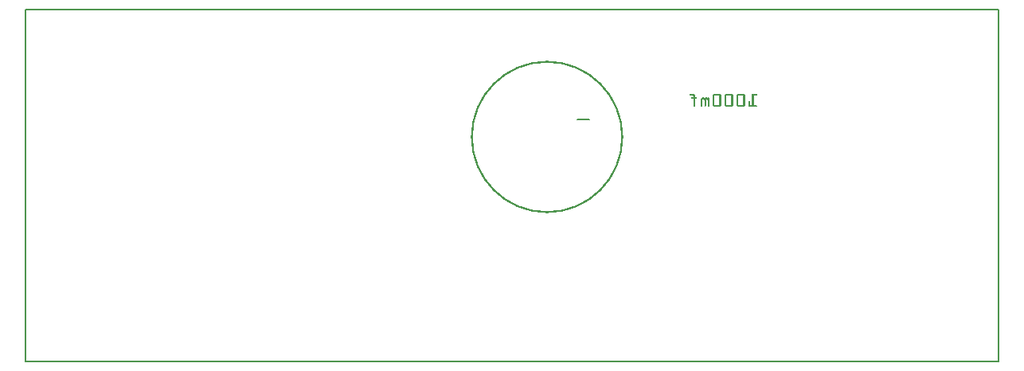
<source format=gbo>
G04 MADE WITH FRITZING*
G04 WWW.FRITZING.ORG*
G04 DOUBLE SIDED*
G04 HOLES PLATED*
G04 CONTOUR ON CENTER OF CONTOUR VECTOR*
%ASAXBY*%
%FSLAX23Y23*%
%MOIN*%
%OFA0B0*%
%SFA1.0B1.0*%
%ADD10C,0.638000X0.622*%
%ADD11R,4.082570X1.481150X4.066570X1.465150*%
%ADD12C,0.008000*%
%ADD13R,0.001000X0.001000*%
%LNSILK0*%
G90*
G70*
G54D10*
X2188Y942D03*
G54D12*
X4Y1477D02*
X4079Y1477D01*
X4079Y4D01*
X4Y4D01*
X4Y1477D01*
D02*
X2313Y1017D02*
X2363Y1017D01*
G54D13*
X2787Y1123D02*
X2798Y1123D01*
X2888Y1123D02*
X2911Y1123D01*
X2938Y1123D02*
X2961Y1123D01*
X2988Y1123D02*
X3011Y1123D01*
X3047Y1123D02*
X3064Y1123D01*
X2785Y1122D02*
X2801Y1122D01*
X2886Y1122D02*
X2913Y1122D01*
X2936Y1122D02*
X2963Y1122D01*
X2986Y1122D02*
X3013Y1122D01*
X3046Y1122D02*
X3065Y1122D01*
X2785Y1121D02*
X2803Y1121D01*
X2885Y1121D02*
X2914Y1121D01*
X2935Y1121D02*
X2964Y1121D01*
X2985Y1121D02*
X3014Y1121D01*
X3046Y1121D02*
X3066Y1121D01*
X2785Y1120D02*
X2804Y1120D01*
X2884Y1120D02*
X2915Y1120D01*
X2934Y1120D02*
X2965Y1120D01*
X2984Y1120D02*
X3015Y1120D01*
X3046Y1120D02*
X3066Y1120D01*
X2785Y1119D02*
X2805Y1119D01*
X2883Y1119D02*
X2916Y1119D01*
X2933Y1119D02*
X2966Y1119D01*
X2983Y1119D02*
X3016Y1119D01*
X3046Y1119D02*
X3066Y1119D01*
X2785Y1118D02*
X2806Y1118D01*
X2883Y1118D02*
X2916Y1118D01*
X2933Y1118D02*
X2966Y1118D01*
X2983Y1118D02*
X3016Y1118D01*
X3046Y1118D02*
X3066Y1118D01*
X2786Y1117D02*
X2806Y1117D01*
X2883Y1117D02*
X2916Y1117D01*
X2933Y1117D02*
X2966Y1117D01*
X2983Y1117D02*
X3016Y1117D01*
X3046Y1117D02*
X3065Y1117D01*
X2798Y1116D02*
X2807Y1116D01*
X2883Y1116D02*
X2889Y1116D01*
X2910Y1116D02*
X2916Y1116D01*
X2933Y1116D02*
X2939Y1116D01*
X2960Y1116D02*
X2966Y1116D01*
X2983Y1116D02*
X2989Y1116D01*
X3010Y1116D02*
X3016Y1116D01*
X3046Y1116D02*
X3053Y1116D01*
X2800Y1115D02*
X2807Y1115D01*
X2883Y1115D02*
X2889Y1115D01*
X2910Y1115D02*
X2916Y1115D01*
X2933Y1115D02*
X2939Y1115D01*
X2960Y1115D02*
X2966Y1115D01*
X2983Y1115D02*
X2989Y1115D01*
X3010Y1115D02*
X3016Y1115D01*
X3046Y1115D02*
X3053Y1115D01*
X2801Y1114D02*
X2807Y1114D01*
X2883Y1114D02*
X2889Y1114D01*
X2910Y1114D02*
X2916Y1114D01*
X2933Y1114D02*
X2939Y1114D01*
X2960Y1114D02*
X2966Y1114D01*
X2983Y1114D02*
X2989Y1114D01*
X3010Y1114D02*
X3016Y1114D01*
X3046Y1114D02*
X3053Y1114D01*
X2801Y1113D02*
X2808Y1113D01*
X2883Y1113D02*
X2889Y1113D01*
X2910Y1113D02*
X2916Y1113D01*
X2933Y1113D02*
X2939Y1113D01*
X2960Y1113D02*
X2966Y1113D01*
X2983Y1113D02*
X2989Y1113D01*
X3010Y1113D02*
X3016Y1113D01*
X3046Y1113D02*
X3053Y1113D01*
X2802Y1112D02*
X2808Y1112D01*
X2883Y1112D02*
X2889Y1112D01*
X2910Y1112D02*
X2916Y1112D01*
X2933Y1112D02*
X2939Y1112D01*
X2960Y1112D02*
X2966Y1112D01*
X2983Y1112D02*
X2989Y1112D01*
X3010Y1112D02*
X3016Y1112D01*
X3046Y1112D02*
X3053Y1112D01*
X2802Y1111D02*
X2808Y1111D01*
X2883Y1111D02*
X2889Y1111D01*
X2910Y1111D02*
X2916Y1111D01*
X2933Y1111D02*
X2939Y1111D01*
X2960Y1111D02*
X2966Y1111D01*
X2983Y1111D02*
X2989Y1111D01*
X3010Y1111D02*
X3016Y1111D01*
X3046Y1111D02*
X3053Y1111D01*
X2802Y1110D02*
X2808Y1110D01*
X2883Y1110D02*
X2889Y1110D01*
X2910Y1110D02*
X2916Y1110D01*
X2933Y1110D02*
X2939Y1110D01*
X2960Y1110D02*
X2966Y1110D01*
X2983Y1110D02*
X2989Y1110D01*
X3010Y1110D02*
X3016Y1110D01*
X3046Y1110D02*
X3053Y1110D01*
X2802Y1109D02*
X2808Y1109D01*
X2883Y1109D02*
X2889Y1109D01*
X2910Y1109D02*
X2916Y1109D01*
X2933Y1109D02*
X2939Y1109D01*
X2960Y1109D02*
X2966Y1109D01*
X2983Y1109D02*
X2989Y1109D01*
X3010Y1109D02*
X3016Y1109D01*
X3046Y1109D02*
X3053Y1109D01*
X2793Y1108D02*
X2813Y1108D01*
X2839Y1108D02*
X2843Y1108D01*
X2852Y1108D02*
X2857Y1108D01*
X2862Y1108D02*
X2865Y1108D01*
X2883Y1108D02*
X2889Y1108D01*
X2910Y1108D02*
X2916Y1108D01*
X2933Y1108D02*
X2939Y1108D01*
X2960Y1108D02*
X2966Y1108D01*
X2983Y1108D02*
X2989Y1108D01*
X3010Y1108D02*
X3016Y1108D01*
X3046Y1108D02*
X3053Y1108D01*
X2792Y1107D02*
X2814Y1107D01*
X2837Y1107D02*
X2845Y1107D01*
X2850Y1107D02*
X2859Y1107D01*
X2861Y1107D02*
X2866Y1107D01*
X2883Y1107D02*
X2889Y1107D01*
X2910Y1107D02*
X2916Y1107D01*
X2933Y1107D02*
X2939Y1107D01*
X2960Y1107D02*
X2966Y1107D01*
X2983Y1107D02*
X2989Y1107D01*
X3010Y1107D02*
X3016Y1107D01*
X3046Y1107D02*
X3053Y1107D01*
X2792Y1106D02*
X2814Y1106D01*
X2836Y1106D02*
X2846Y1106D01*
X2849Y1106D02*
X2867Y1106D01*
X2883Y1106D02*
X2889Y1106D01*
X2910Y1106D02*
X2916Y1106D01*
X2933Y1106D02*
X2939Y1106D01*
X2960Y1106D02*
X2966Y1106D01*
X2983Y1106D02*
X2989Y1106D01*
X3010Y1106D02*
X3016Y1106D01*
X3046Y1106D02*
X3053Y1106D01*
X2791Y1105D02*
X2815Y1105D01*
X2835Y1105D02*
X2867Y1105D01*
X2883Y1105D02*
X2889Y1105D01*
X2910Y1105D02*
X2916Y1105D01*
X2933Y1105D02*
X2939Y1105D01*
X2960Y1105D02*
X2966Y1105D01*
X2983Y1105D02*
X2989Y1105D01*
X3010Y1105D02*
X3016Y1105D01*
X3046Y1105D02*
X3053Y1105D01*
X2792Y1104D02*
X2814Y1104D01*
X2834Y1104D02*
X2867Y1104D01*
X2883Y1104D02*
X2889Y1104D01*
X2910Y1104D02*
X2916Y1104D01*
X2933Y1104D02*
X2939Y1104D01*
X2960Y1104D02*
X2966Y1104D01*
X2983Y1104D02*
X2989Y1104D01*
X3010Y1104D02*
X3016Y1104D01*
X3046Y1104D02*
X3053Y1104D01*
X2792Y1103D02*
X2814Y1103D01*
X2834Y1103D02*
X2867Y1103D01*
X2883Y1103D02*
X2889Y1103D01*
X2910Y1103D02*
X2916Y1103D01*
X2933Y1103D02*
X2939Y1103D01*
X2960Y1103D02*
X2966Y1103D01*
X2983Y1103D02*
X2989Y1103D01*
X3010Y1103D02*
X3016Y1103D01*
X3046Y1103D02*
X3053Y1103D01*
X2793Y1102D02*
X2813Y1102D01*
X2833Y1102D02*
X2867Y1102D01*
X2883Y1102D02*
X2889Y1102D01*
X2910Y1102D02*
X2916Y1102D01*
X2933Y1102D02*
X2939Y1102D01*
X2960Y1102D02*
X2966Y1102D01*
X2983Y1102D02*
X2989Y1102D01*
X3010Y1102D02*
X3016Y1102D01*
X3046Y1102D02*
X3053Y1102D01*
X2802Y1101D02*
X2808Y1101D01*
X2833Y1101D02*
X2840Y1101D01*
X2843Y1101D02*
X2853Y1101D01*
X2856Y1101D02*
X2867Y1101D01*
X2883Y1101D02*
X2889Y1101D01*
X2910Y1101D02*
X2916Y1101D01*
X2933Y1101D02*
X2939Y1101D01*
X2960Y1101D02*
X2966Y1101D01*
X2983Y1101D02*
X2989Y1101D01*
X3010Y1101D02*
X3016Y1101D01*
X3046Y1101D02*
X3053Y1101D01*
X2802Y1100D02*
X2808Y1100D01*
X2833Y1100D02*
X2839Y1100D01*
X2844Y1100D02*
X2853Y1100D01*
X2857Y1100D02*
X2867Y1100D01*
X2883Y1100D02*
X2889Y1100D01*
X2910Y1100D02*
X2916Y1100D01*
X2933Y1100D02*
X2939Y1100D01*
X2960Y1100D02*
X2966Y1100D01*
X2983Y1100D02*
X2989Y1100D01*
X3010Y1100D02*
X3016Y1100D01*
X3046Y1100D02*
X3053Y1100D01*
X2802Y1099D02*
X2808Y1099D01*
X2833Y1099D02*
X2839Y1099D01*
X2845Y1099D02*
X2853Y1099D01*
X2859Y1099D02*
X2867Y1099D01*
X2883Y1099D02*
X2889Y1099D01*
X2910Y1099D02*
X2916Y1099D01*
X2933Y1099D02*
X2939Y1099D01*
X2960Y1099D02*
X2966Y1099D01*
X2983Y1099D02*
X2989Y1099D01*
X3010Y1099D02*
X3016Y1099D01*
X3046Y1099D02*
X3053Y1099D01*
X2802Y1098D02*
X2808Y1098D01*
X2833Y1098D02*
X2839Y1098D01*
X2846Y1098D02*
X2853Y1098D01*
X2860Y1098D02*
X2867Y1098D01*
X2883Y1098D02*
X2889Y1098D01*
X2910Y1098D02*
X2916Y1098D01*
X2933Y1098D02*
X2939Y1098D01*
X2960Y1098D02*
X2966Y1098D01*
X2983Y1098D02*
X2989Y1098D01*
X3010Y1098D02*
X3016Y1098D01*
X3046Y1098D02*
X3053Y1098D01*
X2802Y1097D02*
X2808Y1097D01*
X2833Y1097D02*
X2839Y1097D01*
X2847Y1097D02*
X2853Y1097D01*
X2861Y1097D02*
X2867Y1097D01*
X2883Y1097D02*
X2889Y1097D01*
X2910Y1097D02*
X2916Y1097D01*
X2933Y1097D02*
X2939Y1097D01*
X2960Y1097D02*
X2966Y1097D01*
X2983Y1097D02*
X2989Y1097D01*
X3010Y1097D02*
X3016Y1097D01*
X3046Y1097D02*
X3053Y1097D01*
X2802Y1096D02*
X2808Y1096D01*
X2833Y1096D02*
X2839Y1096D01*
X2847Y1096D02*
X2853Y1096D01*
X2861Y1096D02*
X2867Y1096D01*
X2883Y1096D02*
X2889Y1096D01*
X2910Y1096D02*
X2916Y1096D01*
X2933Y1096D02*
X2939Y1096D01*
X2960Y1096D02*
X2966Y1096D01*
X2983Y1096D02*
X2989Y1096D01*
X3010Y1096D02*
X3016Y1096D01*
X3046Y1096D02*
X3053Y1096D01*
X2802Y1095D02*
X2808Y1095D01*
X2833Y1095D02*
X2839Y1095D01*
X2847Y1095D02*
X2853Y1095D01*
X2861Y1095D02*
X2867Y1095D01*
X2883Y1095D02*
X2889Y1095D01*
X2910Y1095D02*
X2916Y1095D01*
X2933Y1095D02*
X2939Y1095D01*
X2960Y1095D02*
X2966Y1095D01*
X2983Y1095D02*
X2989Y1095D01*
X3010Y1095D02*
X3016Y1095D01*
X3046Y1095D02*
X3053Y1095D01*
X2802Y1094D02*
X2808Y1094D01*
X2833Y1094D02*
X2839Y1094D01*
X2847Y1094D02*
X2853Y1094D01*
X2861Y1094D02*
X2867Y1094D01*
X2883Y1094D02*
X2889Y1094D01*
X2910Y1094D02*
X2916Y1094D01*
X2933Y1094D02*
X2939Y1094D01*
X2960Y1094D02*
X2966Y1094D01*
X2983Y1094D02*
X2989Y1094D01*
X3010Y1094D02*
X3016Y1094D01*
X3046Y1094D02*
X3053Y1094D01*
X2802Y1093D02*
X2808Y1093D01*
X2833Y1093D02*
X2839Y1093D01*
X2847Y1093D02*
X2853Y1093D01*
X2861Y1093D02*
X2867Y1093D01*
X2883Y1093D02*
X2889Y1093D01*
X2910Y1093D02*
X2916Y1093D01*
X2933Y1093D02*
X2939Y1093D01*
X2960Y1093D02*
X2966Y1093D01*
X2983Y1093D02*
X2989Y1093D01*
X3010Y1093D02*
X3016Y1093D01*
X3034Y1093D02*
X3037Y1093D01*
X3046Y1093D02*
X3053Y1093D01*
X2802Y1092D02*
X2808Y1092D01*
X2833Y1092D02*
X2839Y1092D01*
X2847Y1092D02*
X2853Y1092D01*
X2861Y1092D02*
X2867Y1092D01*
X2883Y1092D02*
X2889Y1092D01*
X2910Y1092D02*
X2916Y1092D01*
X2933Y1092D02*
X2939Y1092D01*
X2960Y1092D02*
X2966Y1092D01*
X2983Y1092D02*
X2989Y1092D01*
X3010Y1092D02*
X3016Y1092D01*
X3033Y1092D02*
X3038Y1092D01*
X3046Y1092D02*
X3053Y1092D01*
X2802Y1091D02*
X2808Y1091D01*
X2833Y1091D02*
X2839Y1091D01*
X2847Y1091D02*
X2853Y1091D01*
X2861Y1091D02*
X2867Y1091D01*
X2883Y1091D02*
X2889Y1091D01*
X2910Y1091D02*
X2916Y1091D01*
X2933Y1091D02*
X2939Y1091D01*
X2960Y1091D02*
X2966Y1091D01*
X2983Y1091D02*
X2989Y1091D01*
X3010Y1091D02*
X3016Y1091D01*
X3033Y1091D02*
X3039Y1091D01*
X3046Y1091D02*
X3053Y1091D01*
X2802Y1090D02*
X2808Y1090D01*
X2833Y1090D02*
X2839Y1090D01*
X2847Y1090D02*
X2853Y1090D01*
X2861Y1090D02*
X2867Y1090D01*
X2883Y1090D02*
X2889Y1090D01*
X2910Y1090D02*
X2916Y1090D01*
X2933Y1090D02*
X2939Y1090D01*
X2960Y1090D02*
X2966Y1090D01*
X2983Y1090D02*
X2989Y1090D01*
X3010Y1090D02*
X3016Y1090D01*
X3033Y1090D02*
X3039Y1090D01*
X3046Y1090D02*
X3053Y1090D01*
X2802Y1089D02*
X2808Y1089D01*
X2833Y1089D02*
X2839Y1089D01*
X2847Y1089D02*
X2853Y1089D01*
X2861Y1089D02*
X2867Y1089D01*
X2883Y1089D02*
X2889Y1089D01*
X2910Y1089D02*
X2916Y1089D01*
X2933Y1089D02*
X2939Y1089D01*
X2960Y1089D02*
X2966Y1089D01*
X2983Y1089D02*
X2989Y1089D01*
X3010Y1089D02*
X3016Y1089D01*
X3033Y1089D02*
X3039Y1089D01*
X3046Y1089D02*
X3053Y1089D01*
X2802Y1088D02*
X2808Y1088D01*
X2833Y1088D02*
X2839Y1088D01*
X2847Y1088D02*
X2853Y1088D01*
X2861Y1088D02*
X2867Y1088D01*
X2883Y1088D02*
X2889Y1088D01*
X2910Y1088D02*
X2916Y1088D01*
X2933Y1088D02*
X2939Y1088D01*
X2960Y1088D02*
X2966Y1088D01*
X2983Y1088D02*
X2989Y1088D01*
X3010Y1088D02*
X3016Y1088D01*
X3033Y1088D02*
X3039Y1088D01*
X3046Y1088D02*
X3053Y1088D01*
X2802Y1087D02*
X2808Y1087D01*
X2833Y1087D02*
X2839Y1087D01*
X2847Y1087D02*
X2853Y1087D01*
X2861Y1087D02*
X2867Y1087D01*
X2883Y1087D02*
X2889Y1087D01*
X2910Y1087D02*
X2916Y1087D01*
X2933Y1087D02*
X2939Y1087D01*
X2960Y1087D02*
X2966Y1087D01*
X2983Y1087D02*
X2989Y1087D01*
X3010Y1087D02*
X3016Y1087D01*
X3033Y1087D02*
X3039Y1087D01*
X3046Y1087D02*
X3053Y1087D01*
X2802Y1086D02*
X2808Y1086D01*
X2833Y1086D02*
X2839Y1086D01*
X2847Y1086D02*
X2853Y1086D01*
X2861Y1086D02*
X2867Y1086D01*
X2883Y1086D02*
X2889Y1086D01*
X2910Y1086D02*
X2916Y1086D01*
X2933Y1086D02*
X2939Y1086D01*
X2960Y1086D02*
X2966Y1086D01*
X2983Y1086D02*
X2989Y1086D01*
X3010Y1086D02*
X3016Y1086D01*
X3033Y1086D02*
X3039Y1086D01*
X3046Y1086D02*
X3053Y1086D01*
X2802Y1085D02*
X2808Y1085D01*
X2833Y1085D02*
X2839Y1085D01*
X2847Y1085D02*
X2853Y1085D01*
X2861Y1085D02*
X2867Y1085D01*
X2883Y1085D02*
X2889Y1085D01*
X2910Y1085D02*
X2916Y1085D01*
X2933Y1085D02*
X2939Y1085D01*
X2960Y1085D02*
X2966Y1085D01*
X2983Y1085D02*
X2989Y1085D01*
X3010Y1085D02*
X3016Y1085D01*
X3033Y1085D02*
X3039Y1085D01*
X3046Y1085D02*
X3053Y1085D01*
X2802Y1084D02*
X2808Y1084D01*
X2833Y1084D02*
X2839Y1084D01*
X2847Y1084D02*
X2853Y1084D01*
X2861Y1084D02*
X2867Y1084D01*
X2883Y1084D02*
X2889Y1084D01*
X2910Y1084D02*
X2916Y1084D01*
X2933Y1084D02*
X2939Y1084D01*
X2960Y1084D02*
X2966Y1084D01*
X2983Y1084D02*
X2989Y1084D01*
X3010Y1084D02*
X3016Y1084D01*
X3033Y1084D02*
X3039Y1084D01*
X3046Y1084D02*
X3053Y1084D01*
X2802Y1083D02*
X2808Y1083D01*
X2833Y1083D02*
X2839Y1083D01*
X2847Y1083D02*
X2853Y1083D01*
X2861Y1083D02*
X2867Y1083D01*
X2883Y1083D02*
X2889Y1083D01*
X2910Y1083D02*
X2916Y1083D01*
X2933Y1083D02*
X2939Y1083D01*
X2960Y1083D02*
X2966Y1083D01*
X2983Y1083D02*
X2989Y1083D01*
X3010Y1083D02*
X3016Y1083D01*
X3033Y1083D02*
X3039Y1083D01*
X3046Y1083D02*
X3053Y1083D01*
X2802Y1082D02*
X2808Y1082D01*
X2833Y1082D02*
X2839Y1082D01*
X2847Y1082D02*
X2853Y1082D01*
X2861Y1082D02*
X2867Y1082D01*
X2883Y1082D02*
X2889Y1082D01*
X2910Y1082D02*
X2916Y1082D01*
X2933Y1082D02*
X2939Y1082D01*
X2960Y1082D02*
X2966Y1082D01*
X2983Y1082D02*
X2989Y1082D01*
X3010Y1082D02*
X3016Y1082D01*
X3033Y1082D02*
X3039Y1082D01*
X3046Y1082D02*
X3053Y1082D01*
X2802Y1081D02*
X2808Y1081D01*
X2833Y1081D02*
X2839Y1081D01*
X2847Y1081D02*
X2853Y1081D01*
X2861Y1081D02*
X2867Y1081D01*
X2883Y1081D02*
X2889Y1081D01*
X2910Y1081D02*
X2916Y1081D01*
X2933Y1081D02*
X2939Y1081D01*
X2960Y1081D02*
X2966Y1081D01*
X2983Y1081D02*
X2989Y1081D01*
X3010Y1081D02*
X3016Y1081D01*
X3033Y1081D02*
X3039Y1081D01*
X3046Y1081D02*
X3053Y1081D01*
X2802Y1080D02*
X2808Y1080D01*
X2832Y1080D02*
X2838Y1080D01*
X2847Y1080D02*
X2853Y1080D01*
X2861Y1080D02*
X2867Y1080D01*
X2883Y1080D02*
X2889Y1080D01*
X2910Y1080D02*
X2916Y1080D01*
X2933Y1080D02*
X2939Y1080D01*
X2960Y1080D02*
X2966Y1080D01*
X2983Y1080D02*
X2989Y1080D01*
X3010Y1080D02*
X3016Y1080D01*
X3033Y1080D02*
X3039Y1080D01*
X3046Y1080D02*
X3053Y1080D01*
X2802Y1079D02*
X2808Y1079D01*
X2832Y1079D02*
X2838Y1079D01*
X2847Y1079D02*
X2853Y1079D01*
X2861Y1079D02*
X2867Y1079D01*
X2883Y1079D02*
X2889Y1079D01*
X2910Y1079D02*
X2916Y1079D01*
X2933Y1079D02*
X2939Y1079D01*
X2960Y1079D02*
X2966Y1079D01*
X2983Y1079D02*
X2989Y1079D01*
X3010Y1079D02*
X3016Y1079D01*
X3033Y1079D02*
X3039Y1079D01*
X3046Y1079D02*
X3053Y1079D01*
X2802Y1078D02*
X2808Y1078D01*
X2832Y1078D02*
X2838Y1078D01*
X2847Y1078D02*
X2853Y1078D01*
X2861Y1078D02*
X2867Y1078D01*
X2883Y1078D02*
X2889Y1078D01*
X2910Y1078D02*
X2916Y1078D01*
X2933Y1078D02*
X2939Y1078D01*
X2960Y1078D02*
X2966Y1078D01*
X2983Y1078D02*
X2989Y1078D01*
X3010Y1078D02*
X3016Y1078D01*
X3033Y1078D02*
X3039Y1078D01*
X3046Y1078D02*
X3053Y1078D01*
X2802Y1077D02*
X2808Y1077D01*
X2832Y1077D02*
X2838Y1077D01*
X2847Y1077D02*
X2853Y1077D01*
X2861Y1077D02*
X2867Y1077D01*
X2883Y1077D02*
X2889Y1077D01*
X2910Y1077D02*
X2916Y1077D01*
X2933Y1077D02*
X2939Y1077D01*
X2960Y1077D02*
X2966Y1077D01*
X2983Y1077D02*
X2989Y1077D01*
X3010Y1077D02*
X3016Y1077D01*
X3033Y1077D02*
X3039Y1077D01*
X3046Y1077D02*
X3053Y1077D01*
X2802Y1076D02*
X2808Y1076D01*
X2832Y1076D02*
X2838Y1076D01*
X2847Y1076D02*
X2853Y1076D01*
X2861Y1076D02*
X2867Y1076D01*
X2883Y1076D02*
X2916Y1076D01*
X2933Y1076D02*
X2966Y1076D01*
X2983Y1076D02*
X3016Y1076D01*
X3033Y1076D02*
X3064Y1076D01*
X2802Y1075D02*
X2808Y1075D01*
X2832Y1075D02*
X2838Y1075D01*
X2847Y1075D02*
X2853Y1075D01*
X2861Y1075D02*
X2867Y1075D01*
X2883Y1075D02*
X2916Y1075D01*
X2933Y1075D02*
X2966Y1075D01*
X2983Y1075D02*
X3016Y1075D01*
X3033Y1075D02*
X3065Y1075D01*
X2802Y1074D02*
X2808Y1074D01*
X2832Y1074D02*
X2838Y1074D01*
X2847Y1074D02*
X2853Y1074D01*
X2861Y1074D02*
X2867Y1074D01*
X2883Y1074D02*
X2916Y1074D01*
X2933Y1074D02*
X2966Y1074D01*
X2983Y1074D02*
X3016Y1074D01*
X3033Y1074D02*
X3066Y1074D01*
X2802Y1073D02*
X2808Y1073D01*
X2832Y1073D02*
X2838Y1073D01*
X2847Y1073D02*
X2853Y1073D01*
X2861Y1073D02*
X2867Y1073D01*
X2884Y1073D02*
X2915Y1073D01*
X2934Y1073D02*
X2965Y1073D01*
X2983Y1073D02*
X3015Y1073D01*
X3033Y1073D02*
X3066Y1073D01*
X2802Y1072D02*
X2808Y1072D01*
X2832Y1072D02*
X2838Y1072D01*
X2847Y1072D02*
X2852Y1072D01*
X2861Y1072D02*
X2867Y1072D01*
X2884Y1072D02*
X2915Y1072D01*
X2934Y1072D02*
X2965Y1072D01*
X2984Y1072D02*
X3015Y1072D01*
X3033Y1072D02*
X3066Y1072D01*
X2802Y1071D02*
X2807Y1071D01*
X2833Y1071D02*
X2838Y1071D01*
X2847Y1071D02*
X2852Y1071D01*
X2861Y1071D02*
X2866Y1071D01*
X2885Y1071D02*
X2914Y1071D01*
X2935Y1071D02*
X2964Y1071D01*
X2985Y1071D02*
X3014Y1071D01*
X3033Y1071D02*
X3066Y1071D01*
X2803Y1070D02*
X2806Y1070D01*
X2834Y1070D02*
X2837Y1070D01*
X2848Y1070D02*
X2851Y1070D01*
X2862Y1070D02*
X2865Y1070D01*
X2887Y1070D02*
X2912Y1070D01*
X2937Y1070D02*
X2962Y1070D01*
X2987Y1070D02*
X3012Y1070D01*
X3034Y1070D02*
X3065Y1070D01*
D02*
G04 End of Silk0*
M02*
</source>
